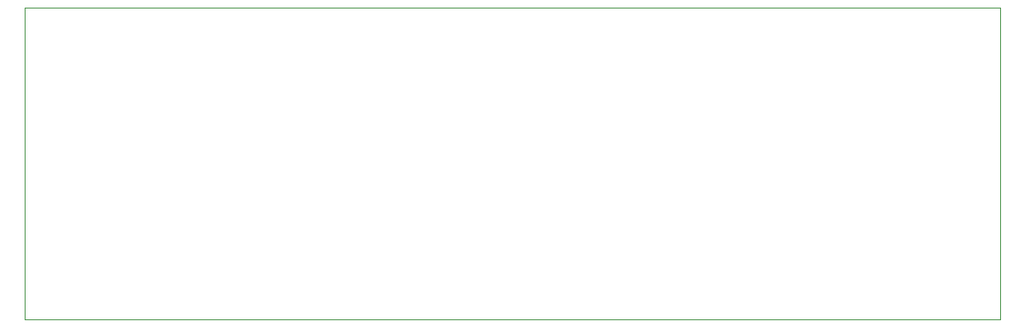
<source format=gbr>
%TF.GenerationSoftware,KiCad,Pcbnew,8.0.4*%
%TF.CreationDate,2025-01-30T16:24:52-05:00*%
%TF.ProjectId,plusle,706c7573-6c65-42e6-9b69-6361645f7063,rev?*%
%TF.SameCoordinates,Original*%
%TF.FileFunction,Profile,NP*%
%FSLAX46Y46*%
G04 Gerber Fmt 4.6, Leading zero omitted, Abs format (unit mm)*
G04 Created by KiCad (PCBNEW 8.0.4) date 2025-01-30 16:24:52*
%MOMM*%
%LPD*%
G01*
G04 APERTURE LIST*
%TA.AperFunction,Profile*%
%ADD10C,0.050000*%
%TD*%
G04 APERTURE END LIST*
D10*
X63000000Y-35500000D02*
X160000000Y-35500000D01*
X160000000Y-66500000D01*
X63000000Y-66500000D01*
X63000000Y-35500000D01*
M02*

</source>
